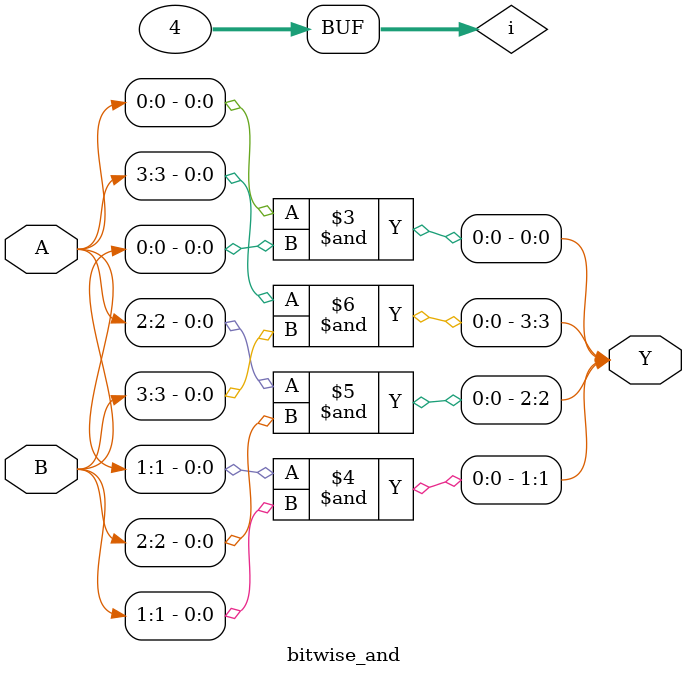
<source format=v>
module bitwise_and (
    input [3:0] A,
    input [3:0] B,
    output [3:0] Y
);

    // Declare Y as a register
    reg [3:0] Y;

    // Perform bitwise AND operation using for loop
    integer i;
    always @(*) begin
        for (i = 0; i < 4; i = i + 1) begin
            Y[i] = A[i] & B[i];
        end
    end

endmodule
</source>
